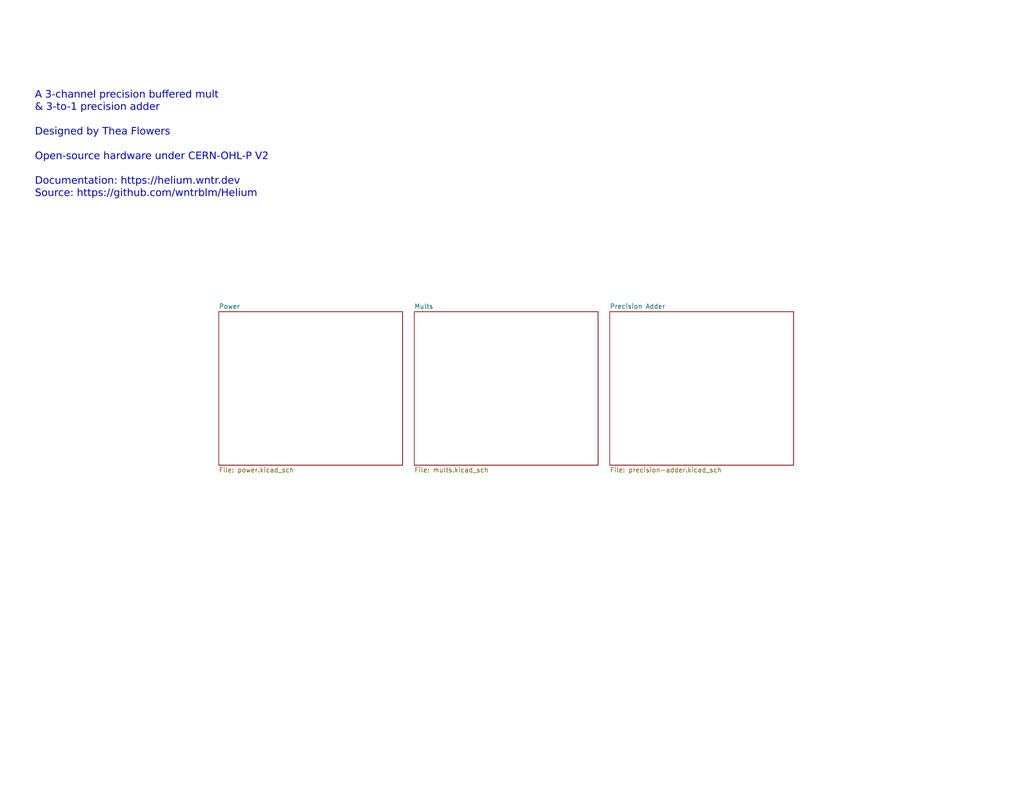
<source format=kicad_sch>
(kicad_sch (version 20230121) (generator eeschema)
  (paper "USLetter")
  (title_block (title "Helium") (date "2023-04-05") (rev "v3") (company "Winterbloom") (comment 1 "Alethea Flowers") (comment 2 "CERN OHL-P v2") (comment 3 "helium.wntr.dev"))
  (lib_symbols)
  (text "A 3-channel precision buffered mult\n& 3-to-1 precision adder\n\nDesigned by Thea Flowers\n\nOpen-source hardware under CERN-OHL-P V2\n\nDocumentation: https://helium.wntr.dev\nSource: https://github.com/wntrblm/Helium" (at 9.525 54.61 0) (effects (font (size 2 2)) (justify left bottom)))
  (sheet (at 113.03 85.09) (size 50.165 41.91) (stroke (width 0.1524))
    (property "Sheetname" "Mults" (at 113.03 84.3784 0) (effects (justify left bottom)))
    (property "Sheetfile" "mults.kicad_sch" (at 113.03 127.5846 0) (effects (justify left top)))
  )
  (sheet (at 166.37 85.09) (size 50.165 41.91) (stroke (width 0.1524))
    (property "Sheetname" "Precision Adder" (at 166.37 84.3784 0) (effects (justify left bottom)))
    (property "Sheetfile" "precision-adder.kicad_sch" (at 166.37 127.5846 0) (effects (justify left top)))
  )
  (sheet (at 59.69 85.09) (size 50.165 41.91) (stroke (width 0.1524))
    (property "Sheetname" "Power" (at 59.69 84.3784 0) (effects (justify left bottom)))
    (property "Sheetfile" "power.kicad_sch" (at 59.69 127.5846 0) (effects (justify left top)))
  )
)
</source>
